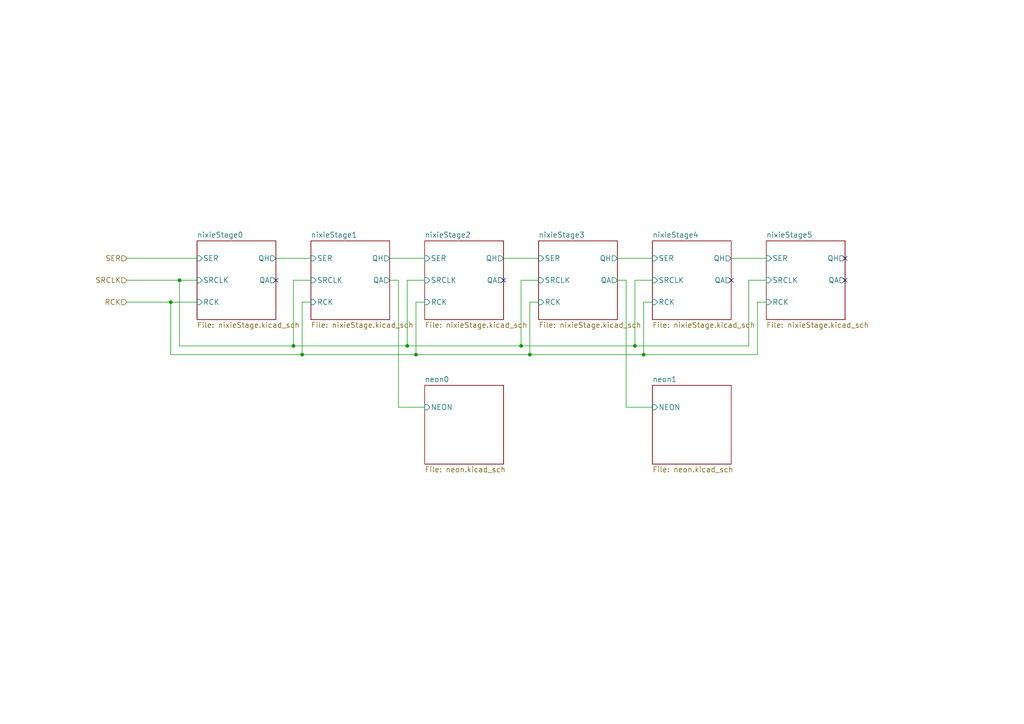
<source format=kicad_sch>
(kicad_sch (version 20230121) (generator eeschema)

  (uuid b99ab9e9-52c3-4201-9351-ab11e6d87005)

  (paper "A4")

  (title_block
    (title "ZM108x, Z57x nixieboard")
    (date "2025-09-04")
    (rev "3/${GITHASH}")
    (comment 1 "Atuthor: Martin Sabol")
  )

  (lib_symbols
  )

  (junction (at 85.09 100.33) (diameter 0) (color 0 0 0 0)
    (uuid 363f8219-d862-48c3-a9c0-e05469544492)
  )
  (junction (at 49.53 87.63) (diameter 0) (color 0 0 0 0)
    (uuid 51f65c2a-155e-4211-ad42-85d9407ff99c)
  )
  (junction (at 87.63 102.87) (diameter 0) (color 0 0 0 0)
    (uuid 5477a150-6572-4023-b73a-b699f87ba035)
  )
  (junction (at 120.65 102.87) (diameter 0) (color 0 0 0 0)
    (uuid 5c22b0ea-b61c-41bd-a54a-3602b0d8f57f)
  )
  (junction (at 52.07 81.28) (diameter 0) (color 0 0 0 0)
    (uuid 641c2796-4674-4201-b3a4-e08c3eedf70b)
  )
  (junction (at 184.15 100.33) (diameter 0) (color 0 0 0 0)
    (uuid 6d46b4d9-8870-4739-b0f9-66336aad9b15)
  )
  (junction (at 151.13 100.33) (diameter 0) (color 0 0 0 0)
    (uuid 86255498-7748-49ef-ae77-936922402cdf)
  )
  (junction (at 153.67 102.87) (diameter 0) (color 0 0 0 0)
    (uuid 93feaa37-c6eb-47a3-95c6-28ed9d288931)
  )
  (junction (at 118.11 100.33) (diameter 0) (color 0 0 0 0)
    (uuid da056419-b385-401f-a4e5-841b2b52e858)
  )
  (junction (at 186.69 102.87) (diameter 0) (color 0 0 0 0)
    (uuid f4e2a48b-1a7f-412d-ac4b-76571570a7b5)
  )

  (no_connect (at 212.09 81.28) (uuid 34ab28d1-b5b8-4213-b43d-cb6b94c1d4dd))
  (no_connect (at 146.05 81.28) (uuid 43a11905-bdbf-4e07-8bab-e337244ff354))
  (no_connect (at 245.11 81.28) (uuid 4dc0af49-990f-46a5-8081-c618a9731596))
  (no_connect (at 80.01 81.28) (uuid 8b2070d2-0dfd-4ae1-a491-4a3de6f3d0d4))
  (no_connect (at 245.11 74.93) (uuid aa96cda4-98ef-462c-8c99-6bb3dcd9393e))

  (wire (pts (xy 115.57 81.28) (xy 115.57 118.11))
    (stroke (width 0) (type default))
    (uuid 0908f491-9678-431d-9a84-45f094469a7a)
  )
  (wire (pts (xy 52.07 100.33) (xy 52.07 81.28))
    (stroke (width 0) (type default))
    (uuid 217966c8-45cc-4ae7-8337-6e2b6f28f8ff)
  )
  (wire (pts (xy 184.15 100.33) (xy 184.15 81.28))
    (stroke (width 0) (type default))
    (uuid 253da4db-48a9-4bf0-a133-691fa4aed378)
  )
  (wire (pts (xy 184.15 100.33) (xy 217.17 100.33))
    (stroke (width 0) (type default))
    (uuid 26a5c09f-1acc-4ed9-b219-241fb5f11da8)
  )
  (wire (pts (xy 87.63 102.87) (xy 120.65 102.87))
    (stroke (width 0) (type default))
    (uuid 3589414b-cf9a-442a-b120-6a3a7aea1f29)
  )
  (wire (pts (xy 52.07 81.28) (xy 57.15 81.28))
    (stroke (width 0) (type default))
    (uuid 35a0f1a5-cfa5-457f-8f77-e7c198ed83d3)
  )
  (wire (pts (xy 49.53 102.87) (xy 49.53 87.63))
    (stroke (width 0) (type default))
    (uuid 35c04008-e9ff-49bc-9685-9d250bb58f60)
  )
  (wire (pts (xy 87.63 87.63) (xy 87.63 102.87))
    (stroke (width 0) (type default))
    (uuid 3900279a-d3aa-4035-8180-68c5e7780fa5)
  )
  (wire (pts (xy 118.11 100.33) (xy 118.11 81.28))
    (stroke (width 0) (type default))
    (uuid 3dc86db4-3fb7-438f-9dba-bc29c39ae77d)
  )
  (wire (pts (xy 90.17 81.28) (xy 85.09 81.28))
    (stroke (width 0) (type default))
    (uuid 4427f887-00ca-4f32-8260-04b0a0b7558e)
  )
  (wire (pts (xy 186.69 102.87) (xy 219.71 102.87))
    (stroke (width 0) (type default))
    (uuid 4c58538b-5f00-4c56-99f2-64a7d7da9899)
  )
  (wire (pts (xy 217.17 81.28) (xy 222.25 81.28))
    (stroke (width 0) (type default))
    (uuid 522663a4-d2e7-46aa-9bf4-ac5706032c21)
  )
  (wire (pts (xy 181.61 118.11) (xy 189.23 118.11))
    (stroke (width 0) (type default))
    (uuid 529fffdd-9d98-433e-a014-18dcc0ccc802)
  )
  (wire (pts (xy 113.03 81.28) (xy 115.57 81.28))
    (stroke (width 0) (type default))
    (uuid 52d093c1-0fa7-4d00-ab6c-d3f8779dc959)
  )
  (wire (pts (xy 186.69 102.87) (xy 186.69 87.63))
    (stroke (width 0) (type default))
    (uuid 533e5c5a-1230-4c0c-8d76-0c9e3257bf11)
  )
  (wire (pts (xy 52.07 100.33) (xy 85.09 100.33))
    (stroke (width 0) (type default))
    (uuid 5572f9d8-b8ea-4a91-8737-1aa3702fa5be)
  )
  (wire (pts (xy 146.05 74.93) (xy 156.21 74.93))
    (stroke (width 0) (type default))
    (uuid 5eea3074-95b8-4071-bfbd-e4c6e2540f1a)
  )
  (wire (pts (xy 179.07 81.28) (xy 181.61 81.28))
    (stroke (width 0) (type default))
    (uuid 60b2cd82-8378-4439-be19-1b524fb05602)
  )
  (wire (pts (xy 36.83 74.93) (xy 57.15 74.93))
    (stroke (width 0) (type default))
    (uuid 66080ea9-2313-43c0-b0b9-80d29d580a78)
  )
  (wire (pts (xy 49.53 87.63) (xy 57.15 87.63))
    (stroke (width 0) (type default))
    (uuid 6647bb6b-e016-4a66-8fd7-286f3e54f775)
  )
  (wire (pts (xy 181.61 81.28) (xy 181.61 118.11))
    (stroke (width 0) (type default))
    (uuid 6763c4b4-ccb0-4f0e-819e-8c240557262c)
  )
  (wire (pts (xy 151.13 100.33) (xy 151.13 81.28))
    (stroke (width 0) (type default))
    (uuid 6c1cef22-dcee-4b26-85d2-2bcd9db9313c)
  )
  (wire (pts (xy 36.83 81.28) (xy 52.07 81.28))
    (stroke (width 0) (type default))
    (uuid 719639ea-b669-4917-a0ee-152d3fde920b)
  )
  (wire (pts (xy 120.65 87.63) (xy 123.19 87.63))
    (stroke (width 0) (type default))
    (uuid 76a88944-e6e8-4f28-addd-69ceb37c0590)
  )
  (wire (pts (xy 219.71 102.87) (xy 219.71 87.63))
    (stroke (width 0) (type default))
    (uuid 80c01909-c50d-4e50-ac98-a2f9429f28f1)
  )
  (wire (pts (xy 184.15 81.28) (xy 189.23 81.28))
    (stroke (width 0) (type default))
    (uuid 82514758-a462-4bf2-a18c-d9d3f5690b42)
  )
  (wire (pts (xy 219.71 87.63) (xy 222.25 87.63))
    (stroke (width 0) (type default))
    (uuid 9f6134a0-2465-4470-895a-54ac96e84107)
  )
  (wire (pts (xy 151.13 81.28) (xy 156.21 81.28))
    (stroke (width 0) (type default))
    (uuid a146c8db-0a75-480c-9436-49932ea8f8ed)
  )
  (wire (pts (xy 120.65 102.87) (xy 120.65 87.63))
    (stroke (width 0) (type default))
    (uuid a4c80c93-8f4c-498e-9318-7513378db150)
  )
  (wire (pts (xy 90.17 87.63) (xy 87.63 87.63))
    (stroke (width 0) (type default))
    (uuid aa2576b1-0614-4489-961e-24f333330b4f)
  )
  (wire (pts (xy 85.09 81.28) (xy 85.09 100.33))
    (stroke (width 0) (type default))
    (uuid aba2fcd3-3fd1-4ff6-aea9-8f15372d743c)
  )
  (wire (pts (xy 118.11 81.28) (xy 123.19 81.28))
    (stroke (width 0) (type default))
    (uuid ad51c1f2-fdca-4b16-8309-fd54a971ef49)
  )
  (wire (pts (xy 80.01 74.93) (xy 90.17 74.93))
    (stroke (width 0) (type default))
    (uuid af2a3025-589d-42e4-bfd8-f0dd531ffdde)
  )
  (wire (pts (xy 153.67 102.87) (xy 186.69 102.87))
    (stroke (width 0) (type default))
    (uuid b0a7dff3-e50f-45d6-9800-b5414cb2fa00)
  )
  (wire (pts (xy 36.83 87.63) (xy 49.53 87.63))
    (stroke (width 0) (type default))
    (uuid b1505046-9a88-4b66-b878-17f82a010d54)
  )
  (wire (pts (xy 120.65 102.87) (xy 153.67 102.87))
    (stroke (width 0) (type default))
    (uuid bff2efb2-62f3-4fa0-82c4-0d826c255c64)
  )
  (wire (pts (xy 186.69 87.63) (xy 189.23 87.63))
    (stroke (width 0) (type default))
    (uuid c3ed51dc-2814-44d2-ae67-aa231a42b7ff)
  )
  (wire (pts (xy 179.07 74.93) (xy 189.23 74.93))
    (stroke (width 0) (type default))
    (uuid c43bb2b9-8663-435a-a05b-0d0fab1b2db5)
  )
  (wire (pts (xy 49.53 102.87) (xy 87.63 102.87))
    (stroke (width 0) (type default))
    (uuid c8a23f96-8547-48c0-a0bd-cdb84852d40c)
  )
  (wire (pts (xy 118.11 100.33) (xy 151.13 100.33))
    (stroke (width 0) (type default))
    (uuid cef38a0c-8258-4a3d-9bea-00545156504c)
  )
  (wire (pts (xy 113.03 74.93) (xy 123.19 74.93))
    (stroke (width 0) (type default))
    (uuid d40ae626-5304-494e-8d21-8e38410c56b3)
  )
  (wire (pts (xy 151.13 100.33) (xy 184.15 100.33))
    (stroke (width 0) (type default))
    (uuid d47bad90-1cc4-4cc6-8c5b-3149b18f3259)
  )
  (wire (pts (xy 153.67 102.87) (xy 153.67 87.63))
    (stroke (width 0) (type default))
    (uuid d735a44b-5001-4fc8-b20e-36b2cea42b8f)
  )
  (wire (pts (xy 212.09 74.93) (xy 222.25 74.93))
    (stroke (width 0) (type default))
    (uuid dac11e0d-898f-4626-bb3a-2dda1ab349aa)
  )
  (wire (pts (xy 85.09 100.33) (xy 118.11 100.33))
    (stroke (width 0) (type default))
    (uuid de41d635-0162-4b41-91d0-28b8600de54f)
  )
  (wire (pts (xy 115.57 118.11) (xy 123.19 118.11))
    (stroke (width 0) (type default))
    (uuid e3ecdf09-f878-4789-b4b3-6d749dadbdf2)
  )
  (wire (pts (xy 153.67 87.63) (xy 156.21 87.63))
    (stroke (width 0) (type default))
    (uuid ea6150ab-b14d-475d-9069-0f841afed970)
  )
  (wire (pts (xy 217.17 100.33) (xy 217.17 81.28))
    (stroke (width 0) (type default))
    (uuid fb047769-d82a-4d72-b777-7f938d61b7e5)
  )

  (hierarchical_label "SER" (shape input) (at 36.83 74.93 180) (fields_autoplaced)
    (effects (font (size 1.524 1.524)) (justify right))
    (uuid 1f95f4c4-f428-4277-9a28-5f28f65fcff9)
  )
  (hierarchical_label "RCK" (shape input) (at 36.83 87.63 180) (fields_autoplaced)
    (effects (font (size 1.524 1.524)) (justify right))
    (uuid 900571ed-4c06-46e3-bcd8-29f394347f2d)
  )
  (hierarchical_label "SRCLK" (shape input) (at 36.83 81.28 180) (fields_autoplaced)
    (effects (font (size 1.524 1.524)) (justify right))
    (uuid d93d1fba-bcb0-478d-b8b4-6440a794a040)
  )

  (sheet (at 57.15 69.85) (size 22.86 22.86) (fields_autoplaced)
    (stroke (width 0) (type solid))
    (fill (color 0 0 0 0.0000))
    (uuid 00000000-0000-0000-0000-000059789080)
    (property "Sheetname" "nixieStage0" (at 57.15 69.0114 0)
      (effects (font (size 1.524 1.524)) (justify left bottom))
    )
    (property "Sheetfile" "nixieStage.kicad_sch" (at 57.15 93.3962 0)
      (effects (font (size 1.524 1.524)) (justify left top))
    )
    (pin "SER" input (at 57.15 74.93 180)
      (effects (font (size 1.524 1.524)) (justify left))
      (uuid 1c9c3a31-65ac-411d-b4b1-e3fa1ec9bf88)
    )
    (pin "SRCLK" input (at 57.15 81.28 180)
      (effects (font (size 1.524 1.524)) (justify left))
      (uuid d538fbc8-2651-404b-871a-5bca053d488e)
    )
    (pin "RCK" input (at 57.15 87.63 180)
      (effects (font (size 1.524 1.524)) (justify left))
      (uuid 3e03823a-f548-4110-bc96-7ef533c7333e)
    )
    (pin "QH" output (at 80.01 74.93 0)
      (effects (font (size 1.524 1.524)) (justify right))
      (uuid d59abc54-e110-490a-8db2-30abf23733b2)
    )
    (pin "QA" output (at 80.01 81.28 0)
      (effects (font (size 1.524 1.524)) (justify right))
      (uuid eafc5585-89a2-40fc-a689-dbd8b16350b8)
    )
    (instances
      (project "nixieboard"
        (path "/93b23311-7353-47b7-aa73-3dc6f6fdf308/00000000-0000-0000-0000-0000597857c2" (page "5"))
      )
    )
  )

  (sheet (at 90.17 69.85) (size 22.86 22.86) (fields_autoplaced)
    (stroke (width 0) (type solid))
    (fill (color 0 0 0 0.0000))
    (uuid 00000000-0000-0000-0000-000059792c24)
    (property "Sheetname" "nixieStage1" (at 90.17 69.0114 0)
      (effects (font (size 1.524 1.524)) (justify left bottom))
    )
    (property "Sheetfile" "nixieStage.kicad_sch" (at 90.17 93.3962 0)
      (effects (font (size 1.524 1.524)) (justify left top))
    )
    (pin "SER" input (at 90.17 74.93 180)
      (effects (font (size 1.524 1.524)) (justify left))
      (uuid ab9e8cdb-72e0-40ed-9803-a956abf23aeb)
    )
    (pin "SRCLK" input (at 90.17 81.28 180)
      (effects (font (size 1.524 1.524)) (justify left))
      (uuid a39cda75-7aa5-462a-b256-0f99ee78caae)
    )
    (pin "RCK" input (at 90.17 87.63 180)
      (effects (font (size 1.524 1.524)) (justify left))
      (uuid ddc5f2b7-5e62-4a4a-90a8-1f98bc2eabef)
    )
    (pin "QH" output (at 113.03 74.93 0)
      (effects (font (size 1.524 1.524)) (justify right))
      (uuid c5b8fdfd-86d1-4565-8642-5cd80a121644)
    )
    (pin "QA" output (at 113.03 81.28 0)
      (effects (font (size 1.524 1.524)) (justify right))
      (uuid f810b16f-10a2-412b-b2d7-f9366c37f8cb)
    )
    (instances
      (project "nixieboard"
        (path "/93b23311-7353-47b7-aa73-3dc6f6fdf308/00000000-0000-0000-0000-0000597857c2" (page "6"))
      )
    )
  )

  (sheet (at 123.19 69.85) (size 22.86 22.86) (fields_autoplaced)
    (stroke (width 0) (type solid))
    (fill (color 0 0 0 0.0000))
    (uuid 00000000-0000-0000-0000-0000597980d0)
    (property "Sheetname" "nixieStage2" (at 123.19 69.0114 0)
      (effects (font (size 1.524 1.524)) (justify left bottom))
    )
    (property "Sheetfile" "nixieStage.kicad_sch" (at 123.19 93.3962 0)
      (effects (font (size 1.524 1.524)) (justify left top))
    )
    (pin "SER" input (at 123.19 74.93 180)
      (effects (font (size 1.524 1.524)) (justify left))
      (uuid 87efd9f1-0f2f-464e-89cc-b375f1cd3da7)
    )
    (pin "SRCLK" input (at 123.19 81.28 180)
      (effects (font (size 1.524 1.524)) (justify left))
      (uuid 5c031f44-35d2-431d-b158-fa3b456a2bae)
    )
    (pin "RCK" input (at 123.19 87.63 180)
      (effects (font (size 1.524 1.524)) (justify left))
      (uuid e0694e65-cfba-475e-be46-420e809a0831)
    )
    (pin "QH" output (at 146.05 74.93 0)
      (effects (font (size 1.524 1.524)) (justify right))
      (uuid 31ce829f-6cdc-4b81-a187-fbd6f1d06158)
    )
    (pin "QA" output (at 146.05 81.28 0)
      (effects (font (size 1.524 1.524)) (justify right))
      (uuid f2460366-c546-4a9e-a4fd-cf3d3da9ac35)
    )
    (instances
      (project "nixieboard"
        (path "/93b23311-7353-47b7-aa73-3dc6f6fdf308/00000000-0000-0000-0000-0000597857c2" (page "7"))
      )
    )
  )

  (sheet (at 156.21 69.85) (size 22.86 22.86) (fields_autoplaced)
    (stroke (width 0) (type solid))
    (fill (color 0 0 0 0.0000))
    (uuid 00000000-0000-0000-0000-0000597985ff)
    (property "Sheetname" "nixieStage3" (at 156.21 69.0114 0)
      (effects (font (size 1.524 1.524)) (justify left bottom))
    )
    (property "Sheetfile" "nixieStage.kicad_sch" (at 156.21 93.3962 0)
      (effects (font (size 1.524 1.524)) (justify left top))
    )
    (pin "SER" input (at 156.21 74.93 180)
      (effects (font (size 1.524 1.524)) (justify left))
      (uuid bcc6ed7b-ae2d-430c-9be4-09f55fc793ca)
    )
    (pin "SRCLK" input (at 156.21 81.28 180)
      (effects (font (size 1.524 1.524)) (justify left))
      (uuid fc793300-4fa0-47df-ba82-b96c1b6f092a)
    )
    (pin "RCK" input (at 156.21 87.63 180)
      (effects (font (size 1.524 1.524)) (justify left))
      (uuid d6a7104e-3e38-4fd7-8613-a63f72522ae9)
    )
    (pin "QH" output (at 179.07 74.93 0)
      (effects (font (size 1.524 1.524)) (justify right))
      (uuid 77969671-ddce-4651-840c-8ed28545eeab)
    )
    (pin "QA" output (at 179.07 81.28 0)
      (effects (font (size 1.524 1.524)) (justify right))
      (uuid 54365bfe-c7d0-4baa-953f-bdc52da80183)
    )
    (instances
      (project "nixieboard"
        (path "/93b23311-7353-47b7-aa73-3dc6f6fdf308/00000000-0000-0000-0000-0000597857c2" (page "9"))
      )
    )
  )

  (sheet (at 189.23 69.85) (size 22.86 22.86) (fields_autoplaced)
    (stroke (width 0) (type solid))
    (fill (color 0 0 0 0.0000))
    (uuid 00000000-0000-0000-0000-000059798874)
    (property "Sheetname" "nixieStage4" (at 189.23 69.0114 0)
      (effects (font (size 1.524 1.524)) (justify left bottom))
    )
    (property "Sheetfile" "nixieStage.kicad_sch" (at 189.23 93.3962 0)
      (effects (font (size 1.524 1.524)) (justify left top))
    )
    (pin "SER" input (at 189.23 74.93 180)
      (effects (font (size 1.524 1.524)) (justify left))
      (uuid 0708c105-09e6-47e0-8e32-699a6189795c)
    )
    (pin "SRCLK" input (at 189.23 81.28 180)
      (effects (font (size 1.524 1.524)) (justify left))
      (uuid d1bcc396-4bab-4d76-9e3b-565f72d33794)
    )
    (pin "RCK" input (at 189.23 87.63 180)
      (effects (font (size 1.524 1.524)) (justify left))
      (uuid 929d7cb2-2e16-4b71-8db3-88086dff099b)
    )
    (pin "QH" output (at 212.09 74.93 0)
      (effects (font (size 1.524 1.524)) (justify right))
      (uuid bfd432f2-8e63-4346-87dc-4e80196b58fe)
    )
    (pin "QA" output (at 212.09 81.28 0)
      (effects (font (size 1.524 1.524)) (justify right))
      (uuid 062cb544-e417-40b4-a4d2-b8ed7ffcf832)
    )
    (instances
      (project "nixieboard"
        (path "/93b23311-7353-47b7-aa73-3dc6f6fdf308/00000000-0000-0000-0000-0000597857c2" (page "10"))
      )
    )
  )

  (sheet (at 222.25 69.85) (size 22.86 22.86) (fields_autoplaced)
    (stroke (width 0) (type solid))
    (fill (color 0 0 0 0.0000))
    (uuid 00000000-0000-0000-0000-000059798acf)
    (property "Sheetname" "nixieStage5" (at 222.25 69.0114 0)
      (effects (font (size 1.524 1.524)) (justify left bottom))
    )
    (property "Sheetfile" "nixieStage.kicad_sch" (at 222.25 93.3962 0)
      (effects (font (size 1.524 1.524)) (justify left top))
    )
    (pin "SER" input (at 222.25 74.93 180)
      (effects (font (size 1.524 1.524)) (justify left))
      (uuid dfdcd355-985b-43f9-b833-efa7ab671d13)
    )
    (pin "SRCLK" input (at 222.25 81.28 180)
      (effects (font (size 1.524 1.524)) (justify left))
      (uuid e2335f82-5990-4b61-a526-af117fbd6fc9)
    )
    (pin "RCK" input (at 222.25 87.63 180)
      (effects (font (size 1.524 1.524)) (justify left))
      (uuid 886ebc39-2db1-471a-a855-e533b41fd121)
    )
    (pin "QH" output (at 245.11 74.93 0)
      (effects (font (size 1.524 1.524)) (justify right))
      (uuid b3d0f53e-336a-4018-aac5-626b8a6d7021)
    )
    (pin "QA" output (at 245.11 81.28 0)
      (effects (font (size 1.524 1.524)) (justify right))
      (uuid 29d163d0-29d4-435a-9343-43e1e1aa8b7f)
    )
    (instances
      (project "nixieboard"
        (path "/93b23311-7353-47b7-aa73-3dc6f6fdf308/00000000-0000-0000-0000-0000597857c2" (page "12"))
      )
    )
  )

  (sheet (at 123.19 111.76) (size 22.86 22.86) (fields_autoplaced)
    (stroke (width 0) (type solid))
    (fill (color 0 0 0 0.0000))
    (uuid 00000000-0000-0000-0000-0000597a8518)
    (property "Sheetname" "neon0" (at 123.19 110.9214 0)
      (effects (font (size 1.524 1.524)) (justify left bottom))
    )
    (property "Sheetfile" "neon.kicad_sch" (at 123.19 135.3062 0)
      (effects (font (size 1.524 1.524)) (justify left top))
    )
    (pin "NEON" input (at 123.19 118.11 180)
      (effects (font (size 1.524 1.524)) (justify left))
      (uuid 980b34f3-62cb-456b-9c6e-31855d603ddc)
    )
    (instances
      (project "nixieboard"
        (path "/93b23311-7353-47b7-aa73-3dc6f6fdf308/00000000-0000-0000-0000-0000597857c2" (page "8"))
      )
    )
  )

  (sheet (at 189.23 111.76) (size 22.86 22.86) (fields_autoplaced)
    (stroke (width 0) (type solid))
    (fill (color 0 0 0 0.0000))
    (uuid 00000000-0000-0000-0000-0000597b043c)
    (property "Sheetname" "neon1" (at 189.23 110.9214 0)
      (effects (font (size 1.524 1.524)) (justify left bottom))
    )
    (property "Sheetfile" "neon.kicad_sch" (at 189.23 135.3062 0)
      (effects (font (size 1.524 1.524)) (justify left top))
    )
    (pin "NEON" input (at 189.23 118.11 180)
      (effects (font (size 1.524 1.524)) (justify left))
      (uuid b88e3d26-05c1-4f26-b01d-9eef9061a5fb)
    )
    (instances
      (project "nixieboard"
        (path "/93b23311-7353-47b7-aa73-3dc6f6fdf308/00000000-0000-0000-0000-0000597857c2" (page "11"))
      )
    )
  )
)

</source>
